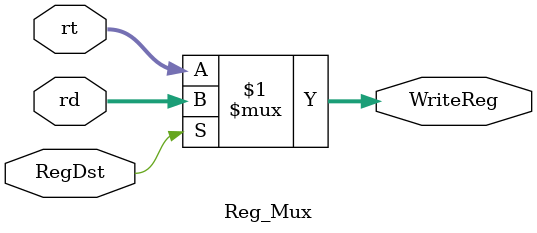
<source format=v>
module Reg_Mux(
    input [4:0]rt,
    input [4:0]rd,
    input RegDst,
    output [4:0]WriteReg
);

assign WriteReg = (RegDst)? rd : rt;

endmodule
</source>
